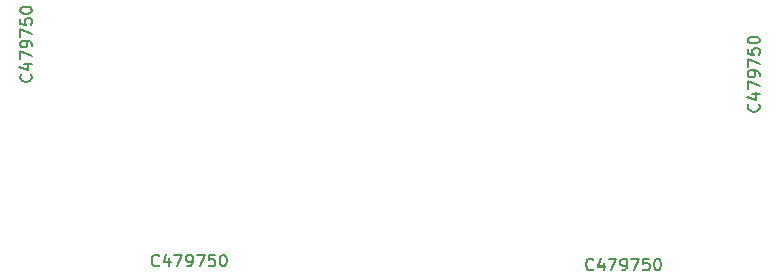
<source format=gbr>
%TF.GenerationSoftware,KiCad,Pcbnew,(7.0.0)*%
%TF.CreationDate,2023-02-20T10:05:00+01:00*%
%TF.ProjectId,wired-split,77697265-642d-4737-906c-69742e6b6963,rev?*%
%TF.SameCoordinates,Original*%
%TF.FileFunction,Other,Comment*%
%FSLAX46Y46*%
G04 Gerber Fmt 4.6, Leading zero omitted, Abs format (unit mm)*
G04 Created by KiCad (PCBNEW (7.0.0)) date 2023-02-20 10:05:00*
%MOMM*%
%LPD*%
G01*
G04 APERTURE LIST*
%ADD10C,0.150000*%
G04 APERTURE END LIST*
D10*
%TO.C,J4*%
X194625773Y-125906142D02*
X194578154Y-125953761D01*
X194578154Y-125953761D02*
X194435297Y-126001380D01*
X194435297Y-126001380D02*
X194340059Y-126001380D01*
X194340059Y-126001380D02*
X194197202Y-125953761D01*
X194197202Y-125953761D02*
X194101964Y-125858523D01*
X194101964Y-125858523D02*
X194054345Y-125763285D01*
X194054345Y-125763285D02*
X194006726Y-125572809D01*
X194006726Y-125572809D02*
X194006726Y-125429952D01*
X194006726Y-125429952D02*
X194054345Y-125239476D01*
X194054345Y-125239476D02*
X194101964Y-125144238D01*
X194101964Y-125144238D02*
X194197202Y-125049000D01*
X194197202Y-125049000D02*
X194340059Y-125001380D01*
X194340059Y-125001380D02*
X194435297Y-125001380D01*
X194435297Y-125001380D02*
X194578154Y-125049000D01*
X194578154Y-125049000D02*
X194625773Y-125096619D01*
X195482916Y-125334714D02*
X195482916Y-126001380D01*
X195244821Y-124953761D02*
X195006726Y-125668047D01*
X195006726Y-125668047D02*
X195625773Y-125668047D01*
X195911488Y-125001380D02*
X196578154Y-125001380D01*
X196578154Y-125001380D02*
X196149583Y-126001380D01*
X197006726Y-126001380D02*
X197197202Y-126001380D01*
X197197202Y-126001380D02*
X197292440Y-125953761D01*
X197292440Y-125953761D02*
X197340059Y-125906142D01*
X197340059Y-125906142D02*
X197435297Y-125763285D01*
X197435297Y-125763285D02*
X197482916Y-125572809D01*
X197482916Y-125572809D02*
X197482916Y-125191857D01*
X197482916Y-125191857D02*
X197435297Y-125096619D01*
X197435297Y-125096619D02*
X197387678Y-125049000D01*
X197387678Y-125049000D02*
X197292440Y-125001380D01*
X197292440Y-125001380D02*
X197101964Y-125001380D01*
X197101964Y-125001380D02*
X197006726Y-125049000D01*
X197006726Y-125049000D02*
X196959107Y-125096619D01*
X196959107Y-125096619D02*
X196911488Y-125191857D01*
X196911488Y-125191857D02*
X196911488Y-125429952D01*
X196911488Y-125429952D02*
X196959107Y-125525190D01*
X196959107Y-125525190D02*
X197006726Y-125572809D01*
X197006726Y-125572809D02*
X197101964Y-125620428D01*
X197101964Y-125620428D02*
X197292440Y-125620428D01*
X197292440Y-125620428D02*
X197387678Y-125572809D01*
X197387678Y-125572809D02*
X197435297Y-125525190D01*
X197435297Y-125525190D02*
X197482916Y-125429952D01*
X197816250Y-125001380D02*
X198482916Y-125001380D01*
X198482916Y-125001380D02*
X198054345Y-126001380D01*
X199340059Y-125001380D02*
X198863869Y-125001380D01*
X198863869Y-125001380D02*
X198816250Y-125477571D01*
X198816250Y-125477571D02*
X198863869Y-125429952D01*
X198863869Y-125429952D02*
X198959107Y-125382333D01*
X198959107Y-125382333D02*
X199197202Y-125382333D01*
X199197202Y-125382333D02*
X199292440Y-125429952D01*
X199292440Y-125429952D02*
X199340059Y-125477571D01*
X199340059Y-125477571D02*
X199387678Y-125572809D01*
X199387678Y-125572809D02*
X199387678Y-125810904D01*
X199387678Y-125810904D02*
X199340059Y-125906142D01*
X199340059Y-125906142D02*
X199292440Y-125953761D01*
X199292440Y-125953761D02*
X199197202Y-126001380D01*
X199197202Y-126001380D02*
X198959107Y-126001380D01*
X198959107Y-126001380D02*
X198863869Y-125953761D01*
X198863869Y-125953761D02*
X198816250Y-125906142D01*
X200006726Y-125001380D02*
X200101964Y-125001380D01*
X200101964Y-125001380D02*
X200197202Y-125049000D01*
X200197202Y-125049000D02*
X200244821Y-125096619D01*
X200244821Y-125096619D02*
X200292440Y-125191857D01*
X200292440Y-125191857D02*
X200340059Y-125382333D01*
X200340059Y-125382333D02*
X200340059Y-125620428D01*
X200340059Y-125620428D02*
X200292440Y-125810904D01*
X200292440Y-125810904D02*
X200244821Y-125906142D01*
X200244821Y-125906142D02*
X200197202Y-125953761D01*
X200197202Y-125953761D02*
X200101964Y-126001380D01*
X200101964Y-126001380D02*
X200006726Y-126001380D01*
X200006726Y-126001380D02*
X199911488Y-125953761D01*
X199911488Y-125953761D02*
X199863869Y-125906142D01*
X199863869Y-125906142D02*
X199816250Y-125810904D01*
X199816250Y-125810904D02*
X199768631Y-125620428D01*
X199768631Y-125620428D02*
X199768631Y-125382333D01*
X199768631Y-125382333D02*
X199816250Y-125191857D01*
X199816250Y-125191857D02*
X199863869Y-125096619D01*
X199863869Y-125096619D02*
X199911488Y-125049000D01*
X199911488Y-125049000D02*
X200006726Y-125001380D01*
X194625773Y-125910142D02*
X194578154Y-125957761D01*
X194578154Y-125957761D02*
X194435297Y-126005380D01*
X194435297Y-126005380D02*
X194340059Y-126005380D01*
X194340059Y-126005380D02*
X194197202Y-125957761D01*
X194197202Y-125957761D02*
X194101964Y-125862523D01*
X194101964Y-125862523D02*
X194054345Y-125767285D01*
X194054345Y-125767285D02*
X194006726Y-125576809D01*
X194006726Y-125576809D02*
X194006726Y-125433952D01*
X194006726Y-125433952D02*
X194054345Y-125243476D01*
X194054345Y-125243476D02*
X194101964Y-125148238D01*
X194101964Y-125148238D02*
X194197202Y-125053000D01*
X194197202Y-125053000D02*
X194340059Y-125005380D01*
X194340059Y-125005380D02*
X194435297Y-125005380D01*
X194435297Y-125005380D02*
X194578154Y-125053000D01*
X194578154Y-125053000D02*
X194625773Y-125100619D01*
X195482916Y-125338714D02*
X195482916Y-126005380D01*
X195244821Y-124957761D02*
X195006726Y-125672047D01*
X195006726Y-125672047D02*
X195625773Y-125672047D01*
X195911488Y-125005380D02*
X196578154Y-125005380D01*
X196578154Y-125005380D02*
X196149583Y-126005380D01*
X197006726Y-126005380D02*
X197197202Y-126005380D01*
X197197202Y-126005380D02*
X197292440Y-125957761D01*
X197292440Y-125957761D02*
X197340059Y-125910142D01*
X197340059Y-125910142D02*
X197435297Y-125767285D01*
X197435297Y-125767285D02*
X197482916Y-125576809D01*
X197482916Y-125576809D02*
X197482916Y-125195857D01*
X197482916Y-125195857D02*
X197435297Y-125100619D01*
X197435297Y-125100619D02*
X197387678Y-125053000D01*
X197387678Y-125053000D02*
X197292440Y-125005380D01*
X197292440Y-125005380D02*
X197101964Y-125005380D01*
X197101964Y-125005380D02*
X197006726Y-125053000D01*
X197006726Y-125053000D02*
X196959107Y-125100619D01*
X196959107Y-125100619D02*
X196911488Y-125195857D01*
X196911488Y-125195857D02*
X196911488Y-125433952D01*
X196911488Y-125433952D02*
X196959107Y-125529190D01*
X196959107Y-125529190D02*
X197006726Y-125576809D01*
X197006726Y-125576809D02*
X197101964Y-125624428D01*
X197101964Y-125624428D02*
X197292440Y-125624428D01*
X197292440Y-125624428D02*
X197387678Y-125576809D01*
X197387678Y-125576809D02*
X197435297Y-125529190D01*
X197435297Y-125529190D02*
X197482916Y-125433952D01*
X197816250Y-125005380D02*
X198482916Y-125005380D01*
X198482916Y-125005380D02*
X198054345Y-126005380D01*
X199340059Y-125005380D02*
X198863869Y-125005380D01*
X198863869Y-125005380D02*
X198816250Y-125481571D01*
X198816250Y-125481571D02*
X198863869Y-125433952D01*
X198863869Y-125433952D02*
X198959107Y-125386333D01*
X198959107Y-125386333D02*
X199197202Y-125386333D01*
X199197202Y-125386333D02*
X199292440Y-125433952D01*
X199292440Y-125433952D02*
X199340059Y-125481571D01*
X199340059Y-125481571D02*
X199387678Y-125576809D01*
X199387678Y-125576809D02*
X199387678Y-125814904D01*
X199387678Y-125814904D02*
X199340059Y-125910142D01*
X199340059Y-125910142D02*
X199292440Y-125957761D01*
X199292440Y-125957761D02*
X199197202Y-126005380D01*
X199197202Y-126005380D02*
X198959107Y-126005380D01*
X198959107Y-126005380D02*
X198863869Y-125957761D01*
X198863869Y-125957761D02*
X198816250Y-125910142D01*
X200006726Y-125005380D02*
X200101964Y-125005380D01*
X200101964Y-125005380D02*
X200197202Y-125053000D01*
X200197202Y-125053000D02*
X200244821Y-125100619D01*
X200244821Y-125100619D02*
X200292440Y-125195857D01*
X200292440Y-125195857D02*
X200340059Y-125386333D01*
X200340059Y-125386333D02*
X200340059Y-125624428D01*
X200340059Y-125624428D02*
X200292440Y-125814904D01*
X200292440Y-125814904D02*
X200244821Y-125910142D01*
X200244821Y-125910142D02*
X200197202Y-125957761D01*
X200197202Y-125957761D02*
X200101964Y-126005380D01*
X200101964Y-126005380D02*
X200006726Y-126005380D01*
X200006726Y-126005380D02*
X199911488Y-125957761D01*
X199911488Y-125957761D02*
X199863869Y-125910142D01*
X199863869Y-125910142D02*
X199816250Y-125814904D01*
X199816250Y-125814904D02*
X199768631Y-125624428D01*
X199768631Y-125624428D02*
X199768631Y-125386333D01*
X199768631Y-125386333D02*
X199816250Y-125195857D01*
X199816250Y-125195857D02*
X199863869Y-125100619D01*
X199863869Y-125100619D02*
X199911488Y-125053000D01*
X199911488Y-125053000D02*
X200006726Y-125005380D01*
%TO.C,J3*%
X183756142Y-109747619D02*
X183803761Y-109795238D01*
X183803761Y-109795238D02*
X183851380Y-109938095D01*
X183851380Y-109938095D02*
X183851380Y-110033333D01*
X183851380Y-110033333D02*
X183803761Y-110176190D01*
X183803761Y-110176190D02*
X183708523Y-110271428D01*
X183708523Y-110271428D02*
X183613285Y-110319047D01*
X183613285Y-110319047D02*
X183422809Y-110366666D01*
X183422809Y-110366666D02*
X183279952Y-110366666D01*
X183279952Y-110366666D02*
X183089476Y-110319047D01*
X183089476Y-110319047D02*
X182994238Y-110271428D01*
X182994238Y-110271428D02*
X182899000Y-110176190D01*
X182899000Y-110176190D02*
X182851380Y-110033333D01*
X182851380Y-110033333D02*
X182851380Y-109938095D01*
X182851380Y-109938095D02*
X182899000Y-109795238D01*
X182899000Y-109795238D02*
X182946619Y-109747619D01*
X183184714Y-108890476D02*
X183851380Y-108890476D01*
X182803761Y-109128571D02*
X183518047Y-109366666D01*
X183518047Y-109366666D02*
X183518047Y-108747619D01*
X182851380Y-108461904D02*
X182851380Y-107795238D01*
X182851380Y-107795238D02*
X183851380Y-108223809D01*
X183851380Y-107366666D02*
X183851380Y-107176190D01*
X183851380Y-107176190D02*
X183803761Y-107080952D01*
X183803761Y-107080952D02*
X183756142Y-107033333D01*
X183756142Y-107033333D02*
X183613285Y-106938095D01*
X183613285Y-106938095D02*
X183422809Y-106890476D01*
X183422809Y-106890476D02*
X183041857Y-106890476D01*
X183041857Y-106890476D02*
X182946619Y-106938095D01*
X182946619Y-106938095D02*
X182899000Y-106985714D01*
X182899000Y-106985714D02*
X182851380Y-107080952D01*
X182851380Y-107080952D02*
X182851380Y-107271428D01*
X182851380Y-107271428D02*
X182899000Y-107366666D01*
X182899000Y-107366666D02*
X182946619Y-107414285D01*
X182946619Y-107414285D02*
X183041857Y-107461904D01*
X183041857Y-107461904D02*
X183279952Y-107461904D01*
X183279952Y-107461904D02*
X183375190Y-107414285D01*
X183375190Y-107414285D02*
X183422809Y-107366666D01*
X183422809Y-107366666D02*
X183470428Y-107271428D01*
X183470428Y-107271428D02*
X183470428Y-107080952D01*
X183470428Y-107080952D02*
X183422809Y-106985714D01*
X183422809Y-106985714D02*
X183375190Y-106938095D01*
X183375190Y-106938095D02*
X183279952Y-106890476D01*
X182851380Y-106557142D02*
X182851380Y-105890476D01*
X182851380Y-105890476D02*
X183851380Y-106319047D01*
X182851380Y-105033333D02*
X182851380Y-105509523D01*
X182851380Y-105509523D02*
X183327571Y-105557142D01*
X183327571Y-105557142D02*
X183279952Y-105509523D01*
X183279952Y-105509523D02*
X183232333Y-105414285D01*
X183232333Y-105414285D02*
X183232333Y-105176190D01*
X183232333Y-105176190D02*
X183279952Y-105080952D01*
X183279952Y-105080952D02*
X183327571Y-105033333D01*
X183327571Y-105033333D02*
X183422809Y-104985714D01*
X183422809Y-104985714D02*
X183660904Y-104985714D01*
X183660904Y-104985714D02*
X183756142Y-105033333D01*
X183756142Y-105033333D02*
X183803761Y-105080952D01*
X183803761Y-105080952D02*
X183851380Y-105176190D01*
X183851380Y-105176190D02*
X183851380Y-105414285D01*
X183851380Y-105414285D02*
X183803761Y-105509523D01*
X183803761Y-105509523D02*
X183756142Y-105557142D01*
X182851380Y-104366666D02*
X182851380Y-104271428D01*
X182851380Y-104271428D02*
X182899000Y-104176190D01*
X182899000Y-104176190D02*
X182946619Y-104128571D01*
X182946619Y-104128571D02*
X183041857Y-104080952D01*
X183041857Y-104080952D02*
X183232333Y-104033333D01*
X183232333Y-104033333D02*
X183470428Y-104033333D01*
X183470428Y-104033333D02*
X183660904Y-104080952D01*
X183660904Y-104080952D02*
X183756142Y-104128571D01*
X183756142Y-104128571D02*
X183803761Y-104176190D01*
X183803761Y-104176190D02*
X183851380Y-104271428D01*
X183851380Y-104271428D02*
X183851380Y-104366666D01*
X183851380Y-104366666D02*
X183803761Y-104461904D01*
X183803761Y-104461904D02*
X183756142Y-104509523D01*
X183756142Y-104509523D02*
X183660904Y-104557142D01*
X183660904Y-104557142D02*
X183470428Y-104604761D01*
X183470428Y-104604761D02*
X183232333Y-104604761D01*
X183232333Y-104604761D02*
X183041857Y-104557142D01*
X183041857Y-104557142D02*
X182946619Y-104509523D01*
X182946619Y-104509523D02*
X182899000Y-104461904D01*
X182899000Y-104461904D02*
X182851380Y-104366666D01*
X183752142Y-109747619D02*
X183799761Y-109795238D01*
X183799761Y-109795238D02*
X183847380Y-109938095D01*
X183847380Y-109938095D02*
X183847380Y-110033333D01*
X183847380Y-110033333D02*
X183799761Y-110176190D01*
X183799761Y-110176190D02*
X183704523Y-110271428D01*
X183704523Y-110271428D02*
X183609285Y-110319047D01*
X183609285Y-110319047D02*
X183418809Y-110366666D01*
X183418809Y-110366666D02*
X183275952Y-110366666D01*
X183275952Y-110366666D02*
X183085476Y-110319047D01*
X183085476Y-110319047D02*
X182990238Y-110271428D01*
X182990238Y-110271428D02*
X182895000Y-110176190D01*
X182895000Y-110176190D02*
X182847380Y-110033333D01*
X182847380Y-110033333D02*
X182847380Y-109938095D01*
X182847380Y-109938095D02*
X182895000Y-109795238D01*
X182895000Y-109795238D02*
X182942619Y-109747619D01*
X183180714Y-108890476D02*
X183847380Y-108890476D01*
X182799761Y-109128571D02*
X183514047Y-109366666D01*
X183514047Y-109366666D02*
X183514047Y-108747619D01*
X182847380Y-108461904D02*
X182847380Y-107795238D01*
X182847380Y-107795238D02*
X183847380Y-108223809D01*
X183847380Y-107366666D02*
X183847380Y-107176190D01*
X183847380Y-107176190D02*
X183799761Y-107080952D01*
X183799761Y-107080952D02*
X183752142Y-107033333D01*
X183752142Y-107033333D02*
X183609285Y-106938095D01*
X183609285Y-106938095D02*
X183418809Y-106890476D01*
X183418809Y-106890476D02*
X183037857Y-106890476D01*
X183037857Y-106890476D02*
X182942619Y-106938095D01*
X182942619Y-106938095D02*
X182895000Y-106985714D01*
X182895000Y-106985714D02*
X182847380Y-107080952D01*
X182847380Y-107080952D02*
X182847380Y-107271428D01*
X182847380Y-107271428D02*
X182895000Y-107366666D01*
X182895000Y-107366666D02*
X182942619Y-107414285D01*
X182942619Y-107414285D02*
X183037857Y-107461904D01*
X183037857Y-107461904D02*
X183275952Y-107461904D01*
X183275952Y-107461904D02*
X183371190Y-107414285D01*
X183371190Y-107414285D02*
X183418809Y-107366666D01*
X183418809Y-107366666D02*
X183466428Y-107271428D01*
X183466428Y-107271428D02*
X183466428Y-107080952D01*
X183466428Y-107080952D02*
X183418809Y-106985714D01*
X183418809Y-106985714D02*
X183371190Y-106938095D01*
X183371190Y-106938095D02*
X183275952Y-106890476D01*
X182847380Y-106557142D02*
X182847380Y-105890476D01*
X182847380Y-105890476D02*
X183847380Y-106319047D01*
X182847380Y-105033333D02*
X182847380Y-105509523D01*
X182847380Y-105509523D02*
X183323571Y-105557142D01*
X183323571Y-105557142D02*
X183275952Y-105509523D01*
X183275952Y-105509523D02*
X183228333Y-105414285D01*
X183228333Y-105414285D02*
X183228333Y-105176190D01*
X183228333Y-105176190D02*
X183275952Y-105080952D01*
X183275952Y-105080952D02*
X183323571Y-105033333D01*
X183323571Y-105033333D02*
X183418809Y-104985714D01*
X183418809Y-104985714D02*
X183656904Y-104985714D01*
X183656904Y-104985714D02*
X183752142Y-105033333D01*
X183752142Y-105033333D02*
X183799761Y-105080952D01*
X183799761Y-105080952D02*
X183847380Y-105176190D01*
X183847380Y-105176190D02*
X183847380Y-105414285D01*
X183847380Y-105414285D02*
X183799761Y-105509523D01*
X183799761Y-105509523D02*
X183752142Y-105557142D01*
X182847380Y-104366666D02*
X182847380Y-104271428D01*
X182847380Y-104271428D02*
X182895000Y-104176190D01*
X182895000Y-104176190D02*
X182942619Y-104128571D01*
X182942619Y-104128571D02*
X183037857Y-104080952D01*
X183037857Y-104080952D02*
X183228333Y-104033333D01*
X183228333Y-104033333D02*
X183466428Y-104033333D01*
X183466428Y-104033333D02*
X183656904Y-104080952D01*
X183656904Y-104080952D02*
X183752142Y-104128571D01*
X183752142Y-104128571D02*
X183799761Y-104176190D01*
X183799761Y-104176190D02*
X183847380Y-104271428D01*
X183847380Y-104271428D02*
X183847380Y-104366666D01*
X183847380Y-104366666D02*
X183799761Y-104461904D01*
X183799761Y-104461904D02*
X183752142Y-104509523D01*
X183752142Y-104509523D02*
X183656904Y-104557142D01*
X183656904Y-104557142D02*
X183466428Y-104604761D01*
X183466428Y-104604761D02*
X183228333Y-104604761D01*
X183228333Y-104604761D02*
X183037857Y-104557142D01*
X183037857Y-104557142D02*
X182942619Y-104509523D01*
X182942619Y-104509523D02*
X182895000Y-104461904D01*
X182895000Y-104461904D02*
X182847380Y-104366666D01*
%TO.C,J8*%
X245382142Y-112275619D02*
X245429761Y-112323238D01*
X245429761Y-112323238D02*
X245477380Y-112466095D01*
X245477380Y-112466095D02*
X245477380Y-112561333D01*
X245477380Y-112561333D02*
X245429761Y-112704190D01*
X245429761Y-112704190D02*
X245334523Y-112799428D01*
X245334523Y-112799428D02*
X245239285Y-112847047D01*
X245239285Y-112847047D02*
X245048809Y-112894666D01*
X245048809Y-112894666D02*
X244905952Y-112894666D01*
X244905952Y-112894666D02*
X244715476Y-112847047D01*
X244715476Y-112847047D02*
X244620238Y-112799428D01*
X244620238Y-112799428D02*
X244525000Y-112704190D01*
X244525000Y-112704190D02*
X244477380Y-112561333D01*
X244477380Y-112561333D02*
X244477380Y-112466095D01*
X244477380Y-112466095D02*
X244525000Y-112323238D01*
X244525000Y-112323238D02*
X244572619Y-112275619D01*
X244810714Y-111418476D02*
X245477380Y-111418476D01*
X244429761Y-111656571D02*
X245144047Y-111894666D01*
X245144047Y-111894666D02*
X245144047Y-111275619D01*
X244477380Y-110989904D02*
X244477380Y-110323238D01*
X244477380Y-110323238D02*
X245477380Y-110751809D01*
X245477380Y-109894666D02*
X245477380Y-109704190D01*
X245477380Y-109704190D02*
X245429761Y-109608952D01*
X245429761Y-109608952D02*
X245382142Y-109561333D01*
X245382142Y-109561333D02*
X245239285Y-109466095D01*
X245239285Y-109466095D02*
X245048809Y-109418476D01*
X245048809Y-109418476D02*
X244667857Y-109418476D01*
X244667857Y-109418476D02*
X244572619Y-109466095D01*
X244572619Y-109466095D02*
X244525000Y-109513714D01*
X244525000Y-109513714D02*
X244477380Y-109608952D01*
X244477380Y-109608952D02*
X244477380Y-109799428D01*
X244477380Y-109799428D02*
X244525000Y-109894666D01*
X244525000Y-109894666D02*
X244572619Y-109942285D01*
X244572619Y-109942285D02*
X244667857Y-109989904D01*
X244667857Y-109989904D02*
X244905952Y-109989904D01*
X244905952Y-109989904D02*
X245001190Y-109942285D01*
X245001190Y-109942285D02*
X245048809Y-109894666D01*
X245048809Y-109894666D02*
X245096428Y-109799428D01*
X245096428Y-109799428D02*
X245096428Y-109608952D01*
X245096428Y-109608952D02*
X245048809Y-109513714D01*
X245048809Y-109513714D02*
X245001190Y-109466095D01*
X245001190Y-109466095D02*
X244905952Y-109418476D01*
X244477380Y-109085142D02*
X244477380Y-108418476D01*
X244477380Y-108418476D02*
X245477380Y-108847047D01*
X244477380Y-107561333D02*
X244477380Y-108037523D01*
X244477380Y-108037523D02*
X244953571Y-108085142D01*
X244953571Y-108085142D02*
X244905952Y-108037523D01*
X244905952Y-108037523D02*
X244858333Y-107942285D01*
X244858333Y-107942285D02*
X244858333Y-107704190D01*
X244858333Y-107704190D02*
X244905952Y-107608952D01*
X244905952Y-107608952D02*
X244953571Y-107561333D01*
X244953571Y-107561333D02*
X245048809Y-107513714D01*
X245048809Y-107513714D02*
X245286904Y-107513714D01*
X245286904Y-107513714D02*
X245382142Y-107561333D01*
X245382142Y-107561333D02*
X245429761Y-107608952D01*
X245429761Y-107608952D02*
X245477380Y-107704190D01*
X245477380Y-107704190D02*
X245477380Y-107942285D01*
X245477380Y-107942285D02*
X245429761Y-108037523D01*
X245429761Y-108037523D02*
X245382142Y-108085142D01*
X244477380Y-106894666D02*
X244477380Y-106799428D01*
X244477380Y-106799428D02*
X244525000Y-106704190D01*
X244525000Y-106704190D02*
X244572619Y-106656571D01*
X244572619Y-106656571D02*
X244667857Y-106608952D01*
X244667857Y-106608952D02*
X244858333Y-106561333D01*
X244858333Y-106561333D02*
X245096428Y-106561333D01*
X245096428Y-106561333D02*
X245286904Y-106608952D01*
X245286904Y-106608952D02*
X245382142Y-106656571D01*
X245382142Y-106656571D02*
X245429761Y-106704190D01*
X245429761Y-106704190D02*
X245477380Y-106799428D01*
X245477380Y-106799428D02*
X245477380Y-106894666D01*
X245477380Y-106894666D02*
X245429761Y-106989904D01*
X245429761Y-106989904D02*
X245382142Y-107037523D01*
X245382142Y-107037523D02*
X245286904Y-107085142D01*
X245286904Y-107085142D02*
X245096428Y-107132761D01*
X245096428Y-107132761D02*
X244858333Y-107132761D01*
X244858333Y-107132761D02*
X244667857Y-107085142D01*
X244667857Y-107085142D02*
X244572619Y-107037523D01*
X244572619Y-107037523D02*
X244525000Y-106989904D01*
X244525000Y-106989904D02*
X244477380Y-106894666D01*
X245378142Y-112275619D02*
X245425761Y-112323238D01*
X245425761Y-112323238D02*
X245473380Y-112466095D01*
X245473380Y-112466095D02*
X245473380Y-112561333D01*
X245473380Y-112561333D02*
X245425761Y-112704190D01*
X245425761Y-112704190D02*
X245330523Y-112799428D01*
X245330523Y-112799428D02*
X245235285Y-112847047D01*
X245235285Y-112847047D02*
X245044809Y-112894666D01*
X245044809Y-112894666D02*
X244901952Y-112894666D01*
X244901952Y-112894666D02*
X244711476Y-112847047D01*
X244711476Y-112847047D02*
X244616238Y-112799428D01*
X244616238Y-112799428D02*
X244521000Y-112704190D01*
X244521000Y-112704190D02*
X244473380Y-112561333D01*
X244473380Y-112561333D02*
X244473380Y-112466095D01*
X244473380Y-112466095D02*
X244521000Y-112323238D01*
X244521000Y-112323238D02*
X244568619Y-112275619D01*
X244806714Y-111418476D02*
X245473380Y-111418476D01*
X244425761Y-111656571D02*
X245140047Y-111894666D01*
X245140047Y-111894666D02*
X245140047Y-111275619D01*
X244473380Y-110989904D02*
X244473380Y-110323238D01*
X244473380Y-110323238D02*
X245473380Y-110751809D01*
X245473380Y-109894666D02*
X245473380Y-109704190D01*
X245473380Y-109704190D02*
X245425761Y-109608952D01*
X245425761Y-109608952D02*
X245378142Y-109561333D01*
X245378142Y-109561333D02*
X245235285Y-109466095D01*
X245235285Y-109466095D02*
X245044809Y-109418476D01*
X245044809Y-109418476D02*
X244663857Y-109418476D01*
X244663857Y-109418476D02*
X244568619Y-109466095D01*
X244568619Y-109466095D02*
X244521000Y-109513714D01*
X244521000Y-109513714D02*
X244473380Y-109608952D01*
X244473380Y-109608952D02*
X244473380Y-109799428D01*
X244473380Y-109799428D02*
X244521000Y-109894666D01*
X244521000Y-109894666D02*
X244568619Y-109942285D01*
X244568619Y-109942285D02*
X244663857Y-109989904D01*
X244663857Y-109989904D02*
X244901952Y-109989904D01*
X244901952Y-109989904D02*
X244997190Y-109942285D01*
X244997190Y-109942285D02*
X245044809Y-109894666D01*
X245044809Y-109894666D02*
X245092428Y-109799428D01*
X245092428Y-109799428D02*
X245092428Y-109608952D01*
X245092428Y-109608952D02*
X245044809Y-109513714D01*
X245044809Y-109513714D02*
X244997190Y-109466095D01*
X244997190Y-109466095D02*
X244901952Y-109418476D01*
X244473380Y-109085142D02*
X244473380Y-108418476D01*
X244473380Y-108418476D02*
X245473380Y-108847047D01*
X244473380Y-107561333D02*
X244473380Y-108037523D01*
X244473380Y-108037523D02*
X244949571Y-108085142D01*
X244949571Y-108085142D02*
X244901952Y-108037523D01*
X244901952Y-108037523D02*
X244854333Y-107942285D01*
X244854333Y-107942285D02*
X244854333Y-107704190D01*
X244854333Y-107704190D02*
X244901952Y-107608952D01*
X244901952Y-107608952D02*
X244949571Y-107561333D01*
X244949571Y-107561333D02*
X245044809Y-107513714D01*
X245044809Y-107513714D02*
X245282904Y-107513714D01*
X245282904Y-107513714D02*
X245378142Y-107561333D01*
X245378142Y-107561333D02*
X245425761Y-107608952D01*
X245425761Y-107608952D02*
X245473380Y-107704190D01*
X245473380Y-107704190D02*
X245473380Y-107942285D01*
X245473380Y-107942285D02*
X245425761Y-108037523D01*
X245425761Y-108037523D02*
X245378142Y-108085142D01*
X244473380Y-106894666D02*
X244473380Y-106799428D01*
X244473380Y-106799428D02*
X244521000Y-106704190D01*
X244521000Y-106704190D02*
X244568619Y-106656571D01*
X244568619Y-106656571D02*
X244663857Y-106608952D01*
X244663857Y-106608952D02*
X244854333Y-106561333D01*
X244854333Y-106561333D02*
X245092428Y-106561333D01*
X245092428Y-106561333D02*
X245282904Y-106608952D01*
X245282904Y-106608952D02*
X245378142Y-106656571D01*
X245378142Y-106656571D02*
X245425761Y-106704190D01*
X245425761Y-106704190D02*
X245473380Y-106799428D01*
X245473380Y-106799428D02*
X245473380Y-106894666D01*
X245473380Y-106894666D02*
X245425761Y-106989904D01*
X245425761Y-106989904D02*
X245378142Y-107037523D01*
X245378142Y-107037523D02*
X245282904Y-107085142D01*
X245282904Y-107085142D02*
X245092428Y-107132761D01*
X245092428Y-107132761D02*
X244854333Y-107132761D01*
X244854333Y-107132761D02*
X244663857Y-107085142D01*
X244663857Y-107085142D02*
X244568619Y-107037523D01*
X244568619Y-107037523D02*
X244521000Y-106989904D01*
X244521000Y-106989904D02*
X244473380Y-106894666D01*
%TO.C,J6*%
X231393776Y-126252142D02*
X231346157Y-126299761D01*
X231346157Y-126299761D02*
X231203300Y-126347380D01*
X231203300Y-126347380D02*
X231108062Y-126347380D01*
X231108062Y-126347380D02*
X230965205Y-126299761D01*
X230965205Y-126299761D02*
X230869967Y-126204523D01*
X230869967Y-126204523D02*
X230822348Y-126109285D01*
X230822348Y-126109285D02*
X230774729Y-125918809D01*
X230774729Y-125918809D02*
X230774729Y-125775952D01*
X230774729Y-125775952D02*
X230822348Y-125585476D01*
X230822348Y-125585476D02*
X230869967Y-125490238D01*
X230869967Y-125490238D02*
X230965205Y-125395000D01*
X230965205Y-125395000D02*
X231108062Y-125347380D01*
X231108062Y-125347380D02*
X231203300Y-125347380D01*
X231203300Y-125347380D02*
X231346157Y-125395000D01*
X231346157Y-125395000D02*
X231393776Y-125442619D01*
X232250919Y-125680714D02*
X232250919Y-126347380D01*
X232012824Y-125299761D02*
X231774729Y-126014047D01*
X231774729Y-126014047D02*
X232393776Y-126014047D01*
X232679491Y-125347380D02*
X233346157Y-125347380D01*
X233346157Y-125347380D02*
X232917586Y-126347380D01*
X233774729Y-126347380D02*
X233965205Y-126347380D01*
X233965205Y-126347380D02*
X234060443Y-126299761D01*
X234060443Y-126299761D02*
X234108062Y-126252142D01*
X234108062Y-126252142D02*
X234203300Y-126109285D01*
X234203300Y-126109285D02*
X234250919Y-125918809D01*
X234250919Y-125918809D02*
X234250919Y-125537857D01*
X234250919Y-125537857D02*
X234203300Y-125442619D01*
X234203300Y-125442619D02*
X234155681Y-125395000D01*
X234155681Y-125395000D02*
X234060443Y-125347380D01*
X234060443Y-125347380D02*
X233869967Y-125347380D01*
X233869967Y-125347380D02*
X233774729Y-125395000D01*
X233774729Y-125395000D02*
X233727110Y-125442619D01*
X233727110Y-125442619D02*
X233679491Y-125537857D01*
X233679491Y-125537857D02*
X233679491Y-125775952D01*
X233679491Y-125775952D02*
X233727110Y-125871190D01*
X233727110Y-125871190D02*
X233774729Y-125918809D01*
X233774729Y-125918809D02*
X233869967Y-125966428D01*
X233869967Y-125966428D02*
X234060443Y-125966428D01*
X234060443Y-125966428D02*
X234155681Y-125918809D01*
X234155681Y-125918809D02*
X234203300Y-125871190D01*
X234203300Y-125871190D02*
X234250919Y-125775952D01*
X234584253Y-125347380D02*
X235250919Y-125347380D01*
X235250919Y-125347380D02*
X234822348Y-126347380D01*
X236108062Y-125347380D02*
X235631872Y-125347380D01*
X235631872Y-125347380D02*
X235584253Y-125823571D01*
X235584253Y-125823571D02*
X235631872Y-125775952D01*
X235631872Y-125775952D02*
X235727110Y-125728333D01*
X235727110Y-125728333D02*
X235965205Y-125728333D01*
X235965205Y-125728333D02*
X236060443Y-125775952D01*
X236060443Y-125775952D02*
X236108062Y-125823571D01*
X236108062Y-125823571D02*
X236155681Y-125918809D01*
X236155681Y-125918809D02*
X236155681Y-126156904D01*
X236155681Y-126156904D02*
X236108062Y-126252142D01*
X236108062Y-126252142D02*
X236060443Y-126299761D01*
X236060443Y-126299761D02*
X235965205Y-126347380D01*
X235965205Y-126347380D02*
X235727110Y-126347380D01*
X235727110Y-126347380D02*
X235631872Y-126299761D01*
X235631872Y-126299761D02*
X235584253Y-126252142D01*
X236774729Y-125347380D02*
X236869967Y-125347380D01*
X236869967Y-125347380D02*
X236965205Y-125395000D01*
X236965205Y-125395000D02*
X237012824Y-125442619D01*
X237012824Y-125442619D02*
X237060443Y-125537857D01*
X237060443Y-125537857D02*
X237108062Y-125728333D01*
X237108062Y-125728333D02*
X237108062Y-125966428D01*
X237108062Y-125966428D02*
X237060443Y-126156904D01*
X237060443Y-126156904D02*
X237012824Y-126252142D01*
X237012824Y-126252142D02*
X236965205Y-126299761D01*
X236965205Y-126299761D02*
X236869967Y-126347380D01*
X236869967Y-126347380D02*
X236774729Y-126347380D01*
X236774729Y-126347380D02*
X236679491Y-126299761D01*
X236679491Y-126299761D02*
X236631872Y-126252142D01*
X236631872Y-126252142D02*
X236584253Y-126156904D01*
X236584253Y-126156904D02*
X236536634Y-125966428D01*
X236536634Y-125966428D02*
X236536634Y-125728333D01*
X236536634Y-125728333D02*
X236584253Y-125537857D01*
X236584253Y-125537857D02*
X236631872Y-125442619D01*
X236631872Y-125442619D02*
X236679491Y-125395000D01*
X236679491Y-125395000D02*
X236774729Y-125347380D01*
X231393776Y-126256142D02*
X231346157Y-126303761D01*
X231346157Y-126303761D02*
X231203300Y-126351380D01*
X231203300Y-126351380D02*
X231108062Y-126351380D01*
X231108062Y-126351380D02*
X230965205Y-126303761D01*
X230965205Y-126303761D02*
X230869967Y-126208523D01*
X230869967Y-126208523D02*
X230822348Y-126113285D01*
X230822348Y-126113285D02*
X230774729Y-125922809D01*
X230774729Y-125922809D02*
X230774729Y-125779952D01*
X230774729Y-125779952D02*
X230822348Y-125589476D01*
X230822348Y-125589476D02*
X230869967Y-125494238D01*
X230869967Y-125494238D02*
X230965205Y-125399000D01*
X230965205Y-125399000D02*
X231108062Y-125351380D01*
X231108062Y-125351380D02*
X231203300Y-125351380D01*
X231203300Y-125351380D02*
X231346157Y-125399000D01*
X231346157Y-125399000D02*
X231393776Y-125446619D01*
X232250919Y-125684714D02*
X232250919Y-126351380D01*
X232012824Y-125303761D02*
X231774729Y-126018047D01*
X231774729Y-126018047D02*
X232393776Y-126018047D01*
X232679491Y-125351380D02*
X233346157Y-125351380D01*
X233346157Y-125351380D02*
X232917586Y-126351380D01*
X233774729Y-126351380D02*
X233965205Y-126351380D01*
X233965205Y-126351380D02*
X234060443Y-126303761D01*
X234060443Y-126303761D02*
X234108062Y-126256142D01*
X234108062Y-126256142D02*
X234203300Y-126113285D01*
X234203300Y-126113285D02*
X234250919Y-125922809D01*
X234250919Y-125922809D02*
X234250919Y-125541857D01*
X234250919Y-125541857D02*
X234203300Y-125446619D01*
X234203300Y-125446619D02*
X234155681Y-125399000D01*
X234155681Y-125399000D02*
X234060443Y-125351380D01*
X234060443Y-125351380D02*
X233869967Y-125351380D01*
X233869967Y-125351380D02*
X233774729Y-125399000D01*
X233774729Y-125399000D02*
X233727110Y-125446619D01*
X233727110Y-125446619D02*
X233679491Y-125541857D01*
X233679491Y-125541857D02*
X233679491Y-125779952D01*
X233679491Y-125779952D02*
X233727110Y-125875190D01*
X233727110Y-125875190D02*
X233774729Y-125922809D01*
X233774729Y-125922809D02*
X233869967Y-125970428D01*
X233869967Y-125970428D02*
X234060443Y-125970428D01*
X234060443Y-125970428D02*
X234155681Y-125922809D01*
X234155681Y-125922809D02*
X234203300Y-125875190D01*
X234203300Y-125875190D02*
X234250919Y-125779952D01*
X234584253Y-125351380D02*
X235250919Y-125351380D01*
X235250919Y-125351380D02*
X234822348Y-126351380D01*
X236108062Y-125351380D02*
X235631872Y-125351380D01*
X235631872Y-125351380D02*
X235584253Y-125827571D01*
X235584253Y-125827571D02*
X235631872Y-125779952D01*
X235631872Y-125779952D02*
X235727110Y-125732333D01*
X235727110Y-125732333D02*
X235965205Y-125732333D01*
X235965205Y-125732333D02*
X236060443Y-125779952D01*
X236060443Y-125779952D02*
X236108062Y-125827571D01*
X236108062Y-125827571D02*
X236155681Y-125922809D01*
X236155681Y-125922809D02*
X236155681Y-126160904D01*
X236155681Y-126160904D02*
X236108062Y-126256142D01*
X236108062Y-126256142D02*
X236060443Y-126303761D01*
X236060443Y-126303761D02*
X235965205Y-126351380D01*
X235965205Y-126351380D02*
X235727110Y-126351380D01*
X235727110Y-126351380D02*
X235631872Y-126303761D01*
X235631872Y-126303761D02*
X235584253Y-126256142D01*
X236774729Y-125351380D02*
X236869967Y-125351380D01*
X236869967Y-125351380D02*
X236965205Y-125399000D01*
X236965205Y-125399000D02*
X237012824Y-125446619D01*
X237012824Y-125446619D02*
X237060443Y-125541857D01*
X237060443Y-125541857D02*
X237108062Y-125732333D01*
X237108062Y-125732333D02*
X237108062Y-125970428D01*
X237108062Y-125970428D02*
X237060443Y-126160904D01*
X237060443Y-126160904D02*
X237012824Y-126256142D01*
X237012824Y-126256142D02*
X236965205Y-126303761D01*
X236965205Y-126303761D02*
X236869967Y-126351380D01*
X236869967Y-126351380D02*
X236774729Y-126351380D01*
X236774729Y-126351380D02*
X236679491Y-126303761D01*
X236679491Y-126303761D02*
X236631872Y-126256142D01*
X236631872Y-126256142D02*
X236584253Y-126160904D01*
X236584253Y-126160904D02*
X236536634Y-125970428D01*
X236536634Y-125970428D02*
X236536634Y-125732333D01*
X236536634Y-125732333D02*
X236584253Y-125541857D01*
X236584253Y-125541857D02*
X236631872Y-125446619D01*
X236631872Y-125446619D02*
X236679491Y-125399000D01*
X236679491Y-125399000D02*
X236774729Y-125351380D01*
%TD*%
M02*

</source>
